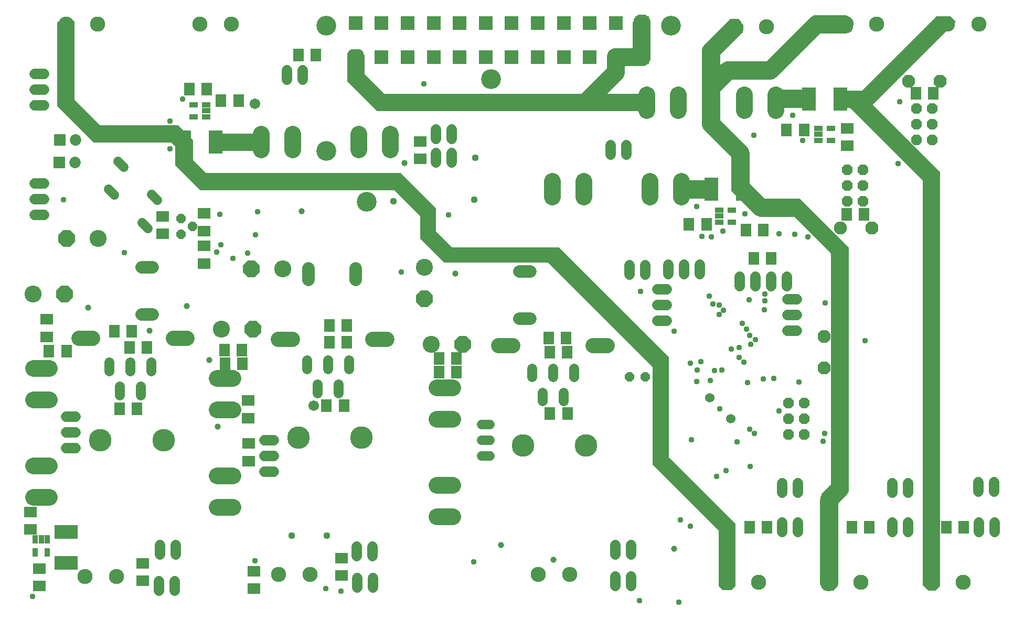
<source format=gbr>
G04 EAGLE Gerber RS-274X export*
G75*
%MOMM*%
%FSLAX34Y34*%
%LPD*%
%INSoldermask Bottom*%
%IPPOS*%
%AMOC8*
5,1,8,0,0,1.08239X$1,22.5*%
G01*
%ADD10R,2.303200X2.303200*%
%ADD11C,3.203200*%
%ADD12C,1.727200*%
%ADD13C,1.611200*%
%ADD14C,2.743200*%
%ADD15C,1.524000*%
%ADD16R,2.006200X1.803200*%
%ADD17C,2.453200*%
%ADD18R,1.803200X2.006200*%
%ADD19C,2.743200*%
%ADD20P,2.969212X8X292.500000*%
%ADD21P,2.969212X8X22.500000*%
%ADD22C,1.993900*%
%ADD23C,2.451100*%
%ADD24P,2.969212X8X202.500000*%
%ADD25R,0.812400X1.383300*%
%ADD26R,1.383300X0.812400*%
%ADD27R,3.815000X2.265000*%
%ADD28R,2.265000X3.815000*%
%ADD29R,2.003200X1.803200*%
%ADD30R,1.803200X2.003200*%
%ADD31P,1.649562X8X202.500000*%
%ADD32C,1.524000*%
%ADD33C,2.108200*%
%ADD34P,2.281895X8X292.500000*%
%ADD35P,1.869504X8X292.500000*%
%ADD36C,3.653200*%
%ADD37P,2.281895X8X22.500000*%
%ADD38P,1.649562X8X292.500000*%
%ADD39R,1.853200X1.853200*%
%ADD40C,1.853200*%
%ADD41C,1.109600*%
%ADD42C,0.959600*%
%ADD43C,1.703200*%
%ADD44C,1.117600*%
%ADD45C,0.990600*%

G36*
X1150115Y38229D02*
X1150115Y38229D01*
X1150118Y38228D01*
X1150201Y38265D01*
X1156551Y44615D01*
X1156553Y44618D01*
X1156555Y44619D01*
X1156588Y44704D01*
X1156588Y145542D01*
X1156588Y145543D01*
X1156588Y145544D01*
X1156587Y145546D01*
X1156588Y145548D01*
X1156551Y145631D01*
X1049400Y252782D01*
X1049400Y415036D01*
X1049399Y415039D01*
X1049400Y415042D01*
X1049363Y415125D01*
X872071Y592417D01*
X872068Y592419D01*
X872067Y592421D01*
X871982Y592454D01*
X699060Y592454D01*
X673480Y618034D01*
X673480Y655320D01*
X673479Y655323D01*
X673480Y655326D01*
X673443Y655409D01*
X616801Y712051D01*
X616798Y712053D01*
X616797Y712055D01*
X616712Y712088D01*
X302058Y712088D01*
X281050Y733096D01*
X281050Y765302D01*
X281050Y765304D01*
X281050Y765306D01*
X281050Y765307D01*
X281050Y765308D01*
X281013Y765391D01*
X256629Y789775D01*
X256626Y789777D01*
X256625Y789779D01*
X256540Y789812D01*
X131497Y789812D01*
X90042Y831267D01*
X90042Y956564D01*
X90041Y956567D01*
X90042Y956570D01*
X90005Y956653D01*
X84417Y962241D01*
X84414Y962243D01*
X84413Y962245D01*
X84328Y962278D01*
X69342Y962278D01*
X69339Y962277D01*
X69336Y962278D01*
X69253Y962241D01*
X61887Y954875D01*
X61886Y954872D01*
X61883Y954871D01*
X61850Y954786D01*
X61850Y821182D01*
X61851Y821179D01*
X61850Y821176D01*
X61887Y821093D01*
X121577Y761403D01*
X121580Y761402D01*
X121581Y761399D01*
X121666Y761366D01*
X246836Y761366D01*
X252731Y755471D01*
X252731Y725297D01*
X252732Y725294D01*
X252731Y725291D01*
X252768Y725208D01*
X293281Y684695D01*
X293284Y684694D01*
X293285Y684691D01*
X293370Y684658D01*
X605992Y684658D01*
X647828Y642822D01*
X647828Y606806D01*
X647829Y606803D01*
X647828Y606800D01*
X647865Y606717D01*
X686981Y567601D01*
X686984Y567600D01*
X686985Y567597D01*
X687070Y567564D01*
X854912Y567564D01*
X1022986Y399490D01*
X1022986Y241300D01*
X1022987Y241297D01*
X1022986Y241294D01*
X1023023Y241211D01*
X1129666Y134568D01*
X1129666Y45466D01*
X1129667Y45463D01*
X1129666Y45460D01*
X1129703Y45377D01*
X1136815Y38265D01*
X1136818Y38264D01*
X1136819Y38261D01*
X1136904Y38228D01*
X1150112Y38228D01*
X1150115Y38229D01*
G37*
G36*
X1310389Y36705D02*
X1310389Y36705D01*
X1310392Y36704D01*
X1310475Y36741D01*
X1311454Y37720D01*
X1314450Y37720D01*
X1314453Y37721D01*
X1314456Y37720D01*
X1314539Y37757D01*
X1315264Y38482D01*
X1315974Y38482D01*
X1315977Y38483D01*
X1315980Y38482D01*
X1316063Y38519D01*
X1318095Y40551D01*
X1318097Y40554D01*
X1318099Y40555D01*
X1318132Y40640D01*
X1318132Y41096D01*
X1320635Y43599D01*
X1320637Y43602D01*
X1320639Y43603D01*
X1320672Y43688D01*
X1320672Y44144D01*
X1321651Y45123D01*
X1321653Y45126D01*
X1321655Y45127D01*
X1321688Y45212D01*
X1321688Y46684D01*
X1322667Y47663D01*
X1322669Y47666D01*
X1322671Y47667D01*
X1322704Y47752D01*
X1322704Y50748D01*
X1322921Y50965D01*
X1322923Y50968D01*
X1322925Y50969D01*
X1322958Y51054D01*
X1322958Y179018D01*
X1337399Y193459D01*
X1337401Y193462D01*
X1337403Y193463D01*
X1337436Y193548D01*
X1337436Y194004D01*
X1338161Y194729D01*
X1338163Y194732D01*
X1338165Y194733D01*
X1338198Y194818D01*
X1338198Y195782D01*
X1340066Y197650D01*
X1340068Y197653D01*
X1340070Y197654D01*
X1340103Y197739D01*
X1340103Y591820D01*
X1340102Y591823D01*
X1340103Y591826D01*
X1340066Y591909D01*
X1261326Y670649D01*
X1261323Y670651D01*
X1261322Y670653D01*
X1261237Y670686D01*
X1204393Y670686D01*
X1179448Y695631D01*
X1179448Y746252D01*
X1179447Y746255D01*
X1179448Y746258D01*
X1179411Y746341D01*
X1178940Y746812D01*
X1178940Y748538D01*
X1178939Y748541D01*
X1178940Y748544D01*
X1178903Y748627D01*
X1178686Y748844D01*
X1178686Y749300D01*
X1178685Y749303D01*
X1178686Y749306D01*
X1178649Y749389D01*
X1178178Y749860D01*
X1178178Y750824D01*
X1178177Y750827D01*
X1178178Y750830D01*
X1178141Y750913D01*
X1176908Y752146D01*
X1176908Y752856D01*
X1176907Y752859D01*
X1176908Y752862D01*
X1176871Y752945D01*
X1174622Y755194D01*
X1174622Y755396D01*
X1174621Y755399D01*
X1174622Y755402D01*
X1174585Y755485D01*
X1132458Y797612D01*
X1132458Y844752D01*
X1150926Y863220D01*
X1214374Y863220D01*
X1214377Y863221D01*
X1214380Y863220D01*
X1214463Y863257D01*
X1214680Y863474D01*
X1215644Y863474D01*
X1215647Y863475D01*
X1215650Y863474D01*
X1215733Y863511D01*
X1216204Y863982D01*
X1217168Y863982D01*
X1217171Y863983D01*
X1217174Y863982D01*
X1217257Y864019D01*
X1217474Y864236D01*
X1217930Y864236D01*
X1217933Y864237D01*
X1217936Y864236D01*
X1218019Y864273D01*
X1218236Y864490D01*
X1218692Y864490D01*
X1218695Y864491D01*
X1218698Y864490D01*
X1218781Y864527D01*
X1219252Y864998D01*
X1219454Y864998D01*
X1219457Y864999D01*
X1219460Y864998D01*
X1219543Y865035D01*
X1220014Y865506D01*
X1220470Y865506D01*
X1220473Y865507D01*
X1220476Y865506D01*
X1220559Y865543D01*
X1221030Y866014D01*
X1221486Y866014D01*
X1221489Y866015D01*
X1221492Y866014D01*
X1221575Y866051D01*
X1223062Y867538D01*
X1223264Y867538D01*
X1223267Y867539D01*
X1223270Y867538D01*
X1223353Y867575D01*
X1293420Y937642D01*
X1333754Y937642D01*
X1333757Y937643D01*
X1333760Y937642D01*
X1333843Y937679D01*
X1334060Y937896D01*
X1336294Y937896D01*
X1336297Y937897D01*
X1336300Y937896D01*
X1336383Y937933D01*
X1336600Y938150D01*
X1337818Y938150D01*
X1337821Y938151D01*
X1337824Y938150D01*
X1337907Y938187D01*
X1338378Y938658D01*
X1339088Y938658D01*
X1339091Y938659D01*
X1339094Y938658D01*
X1339177Y938695D01*
X1339648Y939166D01*
X1340358Y939166D01*
X1340361Y939167D01*
X1340364Y939166D01*
X1340447Y939203D01*
X1341680Y940436D01*
X1342136Y940436D01*
X1342139Y940437D01*
X1342142Y940436D01*
X1342225Y940473D01*
X1344765Y943013D01*
X1344767Y943016D01*
X1344769Y943017D01*
X1344802Y943102D01*
X1344802Y943812D01*
X1346797Y945807D01*
X1346799Y945810D01*
X1346801Y945811D01*
X1346834Y945896D01*
X1346834Y950162D01*
X1347305Y950633D01*
X1347307Y950636D01*
X1347309Y950637D01*
X1347342Y950722D01*
X1347342Y957326D01*
X1347341Y957329D01*
X1347342Y957332D01*
X1347305Y957415D01*
X1346580Y958140D01*
X1346580Y959104D01*
X1346579Y959107D01*
X1346580Y959110D01*
X1346543Y959193D01*
X1345818Y959918D01*
X1345818Y960628D01*
X1345817Y960631D01*
X1345818Y960634D01*
X1345781Y960717D01*
X1341463Y965035D01*
X1341460Y965037D01*
X1341459Y965039D01*
X1341374Y965072D01*
X1339394Y965072D01*
X1337907Y966559D01*
X1337904Y966561D01*
X1337903Y966563D01*
X1337818Y966596D01*
X1336346Y966596D01*
X1335621Y967321D01*
X1335618Y967323D01*
X1335617Y967325D01*
X1335532Y967358D01*
X1286002Y967358D01*
X1285999Y967357D01*
X1285996Y967358D01*
X1285913Y967321D01*
X1285696Y967104D01*
X1284478Y967104D01*
X1284475Y967103D01*
X1284472Y967104D01*
X1284389Y967067D01*
X1284172Y966850D01*
X1283208Y966850D01*
X1283205Y966849D01*
X1283202Y966850D01*
X1283119Y966813D01*
X1282648Y966342D01*
X1281938Y966342D01*
X1281935Y966341D01*
X1281932Y966342D01*
X1281849Y966305D01*
X1281378Y965834D01*
X1280668Y965834D01*
X1280665Y965833D01*
X1280662Y965834D01*
X1280579Y965797D01*
X1280362Y965580D01*
X1280160Y965580D01*
X1280157Y965579D01*
X1280154Y965580D01*
X1280071Y965543D01*
X1279346Y964818D01*
X1279144Y964818D01*
X1279141Y964817D01*
X1279138Y964818D01*
X1279055Y964781D01*
X1278330Y964056D01*
X1277874Y964056D01*
X1277871Y964055D01*
X1277868Y964056D01*
X1277785Y964019D01*
X1206702Y892936D01*
X1143254Y892936D01*
X1143251Y892935D01*
X1143248Y892936D01*
X1143165Y892899D01*
X1142694Y892428D01*
X1141222Y892428D01*
X1141219Y892427D01*
X1141216Y892428D01*
X1141133Y892391D01*
X1140662Y891920D01*
X1139698Y891920D01*
X1139695Y891919D01*
X1139692Y891920D01*
X1139609Y891883D01*
X1139138Y891412D01*
X1138428Y891412D01*
X1138425Y891411D01*
X1138422Y891412D01*
X1138339Y891375D01*
X1137614Y890650D01*
X1137158Y890650D01*
X1137155Y890649D01*
X1137152Y890650D01*
X1137069Y890613D01*
X1136090Y889634D01*
X1135380Y889634D01*
X1135377Y889633D01*
X1135374Y889634D01*
X1135291Y889597D01*
X1132332Y886639D01*
X1132204Y886766D01*
X1132204Y903680D01*
X1168489Y939965D01*
X1168491Y939968D01*
X1168493Y939969D01*
X1168526Y940054D01*
X1168526Y942288D01*
X1169759Y943521D01*
X1169761Y943524D01*
X1169763Y943525D01*
X1169796Y943610D01*
X1169796Y951738D01*
X1169795Y951741D01*
X1169796Y951744D01*
X1169759Y951827D01*
X1166240Y955346D01*
X1166240Y957072D01*
X1166239Y957075D01*
X1166240Y957078D01*
X1166203Y957161D01*
X1161885Y961479D01*
X1161882Y961481D01*
X1161881Y961483D01*
X1161796Y961516D01*
X1148588Y961516D01*
X1148585Y961515D01*
X1148582Y961516D01*
X1148499Y961479D01*
X1105065Y918045D01*
X1105064Y918042D01*
X1105061Y918041D01*
X1105028Y917956D01*
X1105028Y916992D01*
X1103795Y915759D01*
X1103794Y915756D01*
X1103791Y915755D01*
X1103758Y915670D01*
X1103758Y913436D01*
X1103033Y912711D01*
X1103032Y912708D01*
X1103029Y912707D01*
X1102996Y912622D01*
X1102996Y788162D01*
X1102997Y788159D01*
X1102996Y788156D01*
X1103033Y788073D01*
X1103504Y787602D01*
X1103504Y786638D01*
X1103505Y786635D01*
X1103504Y786632D01*
X1103541Y786549D01*
X1104520Y785570D01*
X1104520Y784352D01*
X1104521Y784349D01*
X1104520Y784346D01*
X1104557Y784263D01*
X1105536Y783284D01*
X1105536Y782828D01*
X1105537Y782825D01*
X1105536Y782822D01*
X1105573Y782739D01*
X1149986Y738326D01*
X1149986Y683768D01*
X1149987Y683765D01*
X1149986Y683762D01*
X1150023Y683679D01*
X1153288Y680414D01*
X1153288Y679958D01*
X1153289Y679955D01*
X1153288Y679952D01*
X1153325Y679869D01*
X1188631Y644563D01*
X1188634Y644562D01*
X1188635Y644559D01*
X1188720Y644526D01*
X1189430Y644526D01*
X1190663Y643293D01*
X1190666Y643292D01*
X1190667Y643289D01*
X1190752Y643256D01*
X1194002Y643256D01*
X1195997Y641261D01*
X1196000Y641260D01*
X1196001Y641257D01*
X1196086Y641224D01*
X1252295Y641224D01*
X1311276Y582243D01*
X1311276Y209348D01*
X1296073Y194145D01*
X1296072Y194142D01*
X1296069Y194141D01*
X1296036Y194056D01*
X1296036Y191568D01*
X1294041Y189573D01*
X1294040Y189570D01*
X1294037Y189569D01*
X1294004Y189484D01*
X1294004Y185726D01*
X1293279Y185001D01*
X1293278Y184998D01*
X1293275Y184997D01*
X1293242Y184912D01*
X1293242Y48260D01*
X1293243Y48257D01*
X1293242Y48254D01*
X1293279Y48171D01*
X1294004Y47446D01*
X1294004Y45720D01*
X1294005Y45717D01*
X1294004Y45714D01*
X1294041Y45631D01*
X1295528Y44144D01*
X1295528Y42926D01*
X1295529Y42923D01*
X1295528Y42920D01*
X1295565Y42837D01*
X1299883Y38519D01*
X1299886Y38518D01*
X1299887Y38515D01*
X1299972Y38482D01*
X1300428Y38482D01*
X1301153Y37757D01*
X1301156Y37756D01*
X1301157Y37753D01*
X1301242Y37720D01*
X1303730Y37720D01*
X1304709Y36741D01*
X1304712Y36740D01*
X1304713Y36737D01*
X1304798Y36704D01*
X1310386Y36704D01*
X1310389Y36705D01*
G37*
G36*
X1480315Y37975D02*
X1480315Y37975D01*
X1480318Y37974D01*
X1480401Y38011D01*
X1487259Y44869D01*
X1487261Y44872D01*
X1487263Y44873D01*
X1487296Y44958D01*
X1487296Y713994D01*
X1487295Y713997D01*
X1487296Y714000D01*
X1487259Y714083D01*
X1378637Y822706D01*
X1512659Y956729D01*
X1512660Y956731D01*
X1512662Y956732D01*
X1512679Y956776D01*
X1512696Y956820D01*
X1512695Y956822D01*
X1512696Y956824D01*
X1512659Y956907D01*
X1503769Y965797D01*
X1503766Y965799D01*
X1503765Y965801D01*
X1503680Y965834D01*
X1495552Y965834D01*
X1495549Y965833D01*
X1495546Y965834D01*
X1495463Y965797D01*
X1495246Y965580D01*
X1494842Y965580D01*
X1494625Y965797D01*
X1494622Y965799D01*
X1494621Y965801D01*
X1494536Y965834D01*
X1481455Y965834D01*
X1481452Y965833D01*
X1481449Y965834D01*
X1481366Y965797D01*
X1361007Y845438D01*
X1320292Y845438D01*
X1320289Y845437D01*
X1320286Y845438D01*
X1320203Y845401D01*
X1316139Y841337D01*
X1316138Y841334D01*
X1316135Y841333D01*
X1316102Y841248D01*
X1316102Y822452D01*
X1316103Y822449D01*
X1316102Y822446D01*
X1316139Y822363D01*
X1320965Y817537D01*
X1320968Y817536D01*
X1320969Y817533D01*
X1321054Y817500D01*
X1341703Y817500D01*
X1458850Y700353D01*
X1458850Y46482D01*
X1458851Y46479D01*
X1458850Y46476D01*
X1458887Y46393D01*
X1467269Y38011D01*
X1467272Y38010D01*
X1467273Y38007D01*
X1467358Y37974D01*
X1480312Y37974D01*
X1480315Y37975D01*
G37*
G36*
X1017781Y811913D02*
X1017781Y811913D01*
X1017784Y811912D01*
X1017867Y811949D01*
X1020624Y814706D01*
X1021334Y814706D01*
X1021337Y814707D01*
X1021340Y814706D01*
X1021423Y814743D01*
X1024725Y818045D01*
X1024727Y818048D01*
X1024729Y818049D01*
X1024762Y818134D01*
X1024762Y831850D01*
X1024761Y831853D01*
X1024762Y831856D01*
X1024725Y831939D01*
X1016597Y840067D01*
X1016594Y840069D01*
X1016593Y840071D01*
X1016508Y840104D01*
X950266Y840104D01*
X949885Y840486D01*
X975703Y866305D01*
X975705Y866308D01*
X975707Y866309D01*
X975740Y866394D01*
X975740Y867358D01*
X976719Y868337D01*
X976721Y868340D01*
X976723Y868341D01*
X976756Y868426D01*
X976756Y869390D01*
X977481Y870115D01*
X977483Y870118D01*
X977485Y870119D01*
X977518Y870204D01*
X977518Y871422D01*
X978243Y872147D01*
X978245Y872150D01*
X978247Y872151D01*
X978280Y872236D01*
X978280Y884376D01*
X978968Y885064D01*
X1007872Y885064D01*
X1007875Y885065D01*
X1007878Y885064D01*
X1007961Y885101D01*
X1008178Y885318D01*
X1009650Y885318D01*
X1009653Y885319D01*
X1009656Y885318D01*
X1009739Y885355D01*
X1010210Y885826D01*
X1011428Y885826D01*
X1011431Y885827D01*
X1011434Y885826D01*
X1011517Y885863D01*
X1012242Y886588D01*
X1012952Y886588D01*
X1012955Y886589D01*
X1012958Y886588D01*
X1013041Y886625D01*
X1017867Y891451D01*
X1017869Y891454D01*
X1017871Y891455D01*
X1017904Y891540D01*
X1017904Y893520D01*
X1019899Y895515D01*
X1019901Y895518D01*
X1019903Y895519D01*
X1019936Y895604D01*
X1019936Y957834D01*
X1019935Y957837D01*
X1019936Y957840D01*
X1019899Y957923D01*
X1018666Y959156D01*
X1018666Y961136D01*
X1018665Y961139D01*
X1018666Y961142D01*
X1018629Y961225D01*
X1016634Y963220D01*
X1016634Y963422D01*
X1016633Y963425D01*
X1016634Y963428D01*
X1016597Y963511D01*
X1012279Y967829D01*
X1012276Y967831D01*
X1012275Y967833D01*
X1012190Y967866D01*
X999236Y967866D01*
X999233Y967865D01*
X999230Y967866D01*
X999147Y967829D01*
X992289Y960971D01*
X992288Y960968D01*
X992285Y960967D01*
X992252Y960882D01*
X992252Y957378D01*
X991273Y956399D01*
X991272Y956396D01*
X991269Y956395D01*
X991236Y956310D01*
X991236Y914706D01*
X990548Y914018D01*
X960120Y914018D01*
X960117Y914017D01*
X960114Y914018D01*
X960031Y913981D01*
X958798Y912748D01*
X957072Y912748D01*
X957069Y912747D01*
X957066Y912748D01*
X956983Y912711D01*
X953972Y909700D01*
X953262Y909700D01*
X953259Y909699D01*
X953256Y909700D01*
X953173Y909663D01*
X951395Y907885D01*
X951394Y907882D01*
X951391Y907881D01*
X951358Y907796D01*
X951358Y906070D01*
X950379Y905091D01*
X950378Y905088D01*
X950375Y905087D01*
X950342Y905002D01*
X950342Y903784D01*
X949363Y902805D01*
X949362Y902802D01*
X949359Y902801D01*
X949326Y902716D01*
X949326Y883412D01*
X949327Y883409D01*
X949326Y883406D01*
X949363Y883323D01*
X949527Y883158D01*
X949109Y882739D01*
X949108Y882736D01*
X949105Y882735D01*
X949072Y882650D01*
X949072Y880924D01*
X907998Y839850D01*
X590348Y839850D01*
X558164Y872034D01*
X558164Y902716D01*
X558163Y902719D01*
X558164Y902722D01*
X558127Y902805D01*
X556640Y904292D01*
X556640Y906780D01*
X556639Y906783D01*
X556640Y906786D01*
X556603Y906869D01*
X551523Y911949D01*
X551520Y911951D01*
X551519Y911953D01*
X551434Y911986D01*
X536194Y911986D01*
X536191Y911985D01*
X536188Y911986D01*
X536105Y911949D01*
X530263Y906107D01*
X530262Y906104D01*
X530259Y906103D01*
X530226Y906018D01*
X530226Y860247D01*
X530227Y860244D01*
X530226Y860241D01*
X530263Y860158D01*
X578472Y811949D01*
X578475Y811948D01*
X578476Y811945D01*
X578561Y811912D01*
X1017778Y811912D01*
X1017781Y811913D01*
G37*
G36*
X394973Y748159D02*
X394973Y748159D01*
X394976Y748158D01*
X395059Y748195D01*
X402171Y755307D01*
X402173Y755310D01*
X402175Y755311D01*
X402208Y755396D01*
X402208Y768858D01*
X402207Y768861D01*
X402208Y768864D01*
X402171Y768947D01*
X395313Y775805D01*
X395310Y775807D01*
X395309Y775809D01*
X395224Y775842D01*
X314706Y775842D01*
X314703Y775841D01*
X314700Y775842D01*
X314617Y775805D01*
X308013Y769201D01*
X308012Y769198D01*
X308009Y769197D01*
X307976Y769112D01*
X307976Y754634D01*
X307977Y754631D01*
X307976Y754628D01*
X308013Y754545D01*
X314363Y748195D01*
X314366Y748194D01*
X314367Y748191D01*
X314452Y748158D01*
X394970Y748158D01*
X394973Y748159D01*
G37*
G36*
X1283973Y817501D02*
X1283973Y817501D01*
X1283976Y817500D01*
X1284059Y817537D01*
X1284821Y818299D01*
X1284823Y818302D01*
X1284825Y818303D01*
X1284858Y818388D01*
X1284858Y842264D01*
X1284857Y842267D01*
X1284858Y842270D01*
X1284821Y842353D01*
X1280503Y846671D01*
X1280500Y846673D01*
X1280499Y846675D01*
X1280414Y846708D01*
X1226058Y846708D01*
X1226055Y846707D01*
X1226052Y846708D01*
X1225969Y846671D01*
X1212253Y832955D01*
X1212252Y832952D01*
X1212249Y832951D01*
X1212216Y832866D01*
X1212216Y820928D01*
X1212217Y820925D01*
X1212216Y820922D01*
X1212253Y820839D01*
X1215555Y817537D01*
X1215558Y817536D01*
X1215559Y817533D01*
X1215644Y817500D01*
X1283970Y817500D01*
X1283973Y817501D01*
G37*
G36*
X1121413Y670943D02*
X1121413Y670943D01*
X1121416Y670942D01*
X1121499Y670979D01*
X1126833Y676313D01*
X1126835Y676316D01*
X1126837Y676317D01*
X1126870Y676402D01*
X1126870Y694944D01*
X1126869Y694947D01*
X1126870Y694950D01*
X1126833Y695033D01*
X1121245Y700621D01*
X1121242Y700623D01*
X1121241Y700625D01*
X1121156Y700658D01*
X1068832Y700658D01*
X1068829Y700657D01*
X1068826Y700658D01*
X1068743Y700621D01*
X1061885Y693763D01*
X1061884Y693760D01*
X1061881Y693759D01*
X1061848Y693674D01*
X1061848Y676656D01*
X1061849Y676653D01*
X1061848Y676650D01*
X1061885Y676567D01*
X1067473Y670979D01*
X1067476Y670978D01*
X1067477Y670975D01*
X1067562Y670942D01*
X1121410Y670942D01*
X1121413Y670943D01*
G37*
D10*
X1005700Y899600D03*
X963700Y899600D03*
X921700Y899600D03*
X879700Y899600D03*
X837700Y899600D03*
X795700Y899600D03*
X753700Y899600D03*
X711700Y899600D03*
X669700Y899600D03*
X627700Y899600D03*
X585700Y899600D03*
X1005700Y954600D03*
X963700Y954600D03*
X921700Y954600D03*
X879700Y954600D03*
X837700Y954600D03*
X795700Y954600D03*
X753700Y954600D03*
X711700Y954600D03*
X669700Y954600D03*
X627700Y954600D03*
X543700Y899600D03*
X585700Y954600D03*
X543700Y954600D03*
D11*
X1052700Y950000D03*
X496700Y950000D03*
D12*
X91821Y318897D02*
X76581Y318897D01*
X76581Y293497D02*
X91821Y293497D01*
X91821Y268097D02*
X76581Y268097D01*
X396113Y229616D02*
X411353Y229616D01*
X411353Y255016D02*
X396113Y255016D01*
X396113Y280416D02*
X411353Y280416D01*
D13*
X196832Y353428D02*
X196832Y367508D01*
X162832Y367508D02*
X162832Y353428D01*
X213832Y392428D02*
X213832Y406508D01*
X179832Y406508D02*
X179832Y392428D01*
X145832Y392428D02*
X145832Y406508D01*
X516237Y371191D02*
X516237Y357111D01*
X482237Y357111D02*
X482237Y371191D01*
X533237Y396111D02*
X533237Y410191D01*
X499237Y410191D02*
X499237Y396111D01*
X465237Y396111D02*
X465237Y410191D01*
X879330Y357729D02*
X879330Y343649D01*
X845330Y343649D02*
X845330Y357729D01*
X896330Y382649D02*
X896330Y396729D01*
X862330Y396729D02*
X862330Y382649D01*
X828330Y382649D02*
X828330Y396729D01*
D12*
X571754Y57531D02*
X571754Y42291D01*
X546354Y42291D02*
X546354Y57531D01*
X251587Y52451D02*
X251587Y37211D01*
X226187Y37211D02*
X226187Y52451D01*
X988314Y45593D02*
X988314Y60833D01*
X962914Y60833D02*
X962914Y45593D01*
D14*
X345694Y380873D02*
X320294Y380873D01*
X320294Y172593D02*
X345694Y172593D01*
X345694Y223393D02*
X320294Y223393D01*
X320294Y330073D02*
X345694Y330073D01*
X49149Y188214D02*
X23749Y188214D01*
X23749Y396494D02*
X49149Y396494D01*
X49149Y345694D02*
X23749Y345694D01*
X23749Y239014D02*
X49149Y239014D01*
X675386Y156591D02*
X700786Y156591D01*
X700786Y364871D02*
X675386Y364871D01*
X675386Y314071D02*
X700786Y314071D01*
X700786Y207391D02*
X675386Y207391D01*
D15*
X747014Y255270D02*
X760222Y255270D01*
X760222Y306070D02*
X747014Y306070D01*
X747014Y280670D02*
X760222Y280670D01*
D16*
X521335Y90293D03*
X521335Y61853D03*
X200025Y81784D03*
X200025Y53344D03*
D12*
X988187Y96393D02*
X988187Y111633D01*
X962787Y111633D02*
X962787Y96393D01*
X253111Y96393D02*
X253111Y111633D01*
X227711Y111633D02*
X227711Y96393D01*
X571119Y93472D02*
X571119Y108712D01*
X545719Y108712D02*
X545719Y93472D01*
X1574292Y197866D02*
X1574292Y213106D01*
X1548892Y213106D02*
X1548892Y197866D01*
X1435100Y195580D02*
X1435100Y210820D01*
X1409700Y210820D02*
X1409700Y195580D01*
D14*
X861060Y673100D02*
X861060Y698500D01*
X1069340Y698500D02*
X1069340Y673100D01*
X1018540Y673100D02*
X1018540Y698500D01*
X911860Y698500D02*
X911860Y673100D01*
X1013460Y812800D02*
X1013460Y838200D01*
X1221740Y838200D02*
X1221740Y812800D01*
X1170940Y812800D02*
X1170940Y838200D01*
X1064260Y838200D02*
X1064260Y812800D01*
X599440Y774700D02*
X599440Y749300D01*
X391160Y749300D02*
X391160Y774700D01*
X441960Y774700D02*
X441960Y749300D01*
X548640Y749300D02*
X548640Y774700D01*
D17*
X838200Y63500D03*
X889000Y63500D03*
X106680Y60706D03*
X157480Y60706D03*
X419100Y63500D03*
X469900Y63500D03*
X1473200Y50800D03*
X1524000Y50800D03*
X1549400Y952500D03*
X1498600Y952500D03*
X1308100Y50800D03*
X1358900Y50800D03*
X1384300Y952500D03*
X1333500Y952500D03*
D12*
X1574800Y147320D02*
X1574800Y132080D01*
X1549400Y132080D02*
X1549400Y147320D01*
D18*
X1497080Y139700D03*
X1525520Y139700D03*
D12*
X1435100Y147320D02*
X1435100Y132080D01*
X1409700Y132080D02*
X1409700Y147320D01*
D18*
X1344680Y139700D03*
X1373120Y139700D03*
D17*
X1143000Y50800D03*
X1193800Y50800D03*
X127000Y952500D03*
X76200Y952500D03*
D12*
X1257300Y147320D02*
X1257300Y132080D01*
X1231900Y132080D02*
X1231900Y147320D01*
X1257300Y195580D02*
X1257300Y210820D01*
X1231900Y210820D02*
X1231900Y195580D01*
D18*
X1179580Y139700D03*
X1208020Y139700D03*
D19*
X655066Y559816D03*
D20*
X655066Y509016D03*
D19*
X327279Y459740D03*
D21*
X378079Y459740D03*
D18*
X496574Y336296D03*
X525014Y336296D03*
D22*
X543560Y539941D02*
X543560Y557848D01*
X467360Y557848D02*
X467360Y539941D01*
D23*
X571056Y444119D02*
X593535Y444119D01*
X441135Y444119D02*
X418656Y444119D01*
D16*
X647700Y763520D03*
X647700Y735080D03*
D12*
X673100Y728980D02*
X673100Y744220D01*
X698500Y744220D02*
X698500Y728980D01*
D18*
X479802Y902970D03*
X451362Y902970D03*
D12*
X433324Y878078D02*
X433324Y862838D01*
X458724Y862838D02*
X458724Y878078D01*
D19*
X426466Y557530D03*
D24*
X375666Y557530D03*
D22*
X216472Y483870D02*
X198565Y483870D01*
X198565Y560070D02*
X216472Y560070D01*
D23*
X248857Y445389D02*
X271336Y445389D01*
X118936Y445389D02*
X96457Y445389D01*
D18*
X162437Y331470D03*
X190877Y331470D03*
D19*
X23241Y516509D03*
D21*
X74041Y516509D03*
D17*
X342900Y952500D03*
X292100Y952500D03*
D22*
X808038Y477266D02*
X825945Y477266D01*
X825945Y553466D02*
X808038Y553466D01*
D23*
X926656Y433578D02*
X949135Y433578D01*
X796735Y433578D02*
X774256Y433578D01*
D18*
X857508Y324104D03*
X885948Y324104D03*
D19*
X127762Y606298D03*
D24*
X76962Y606298D03*
D19*
X665861Y435864D03*
D21*
X716661Y435864D03*
D12*
X673100Y767080D02*
X673100Y782320D01*
X698500Y782320D02*
X698500Y767080D01*
X980694Y757428D02*
X980694Y742188D01*
X955294Y742188D02*
X955294Y757428D01*
D17*
X1207008Y948436D03*
X1156208Y948436D03*
D25*
X26822Y120227D03*
X36322Y120227D03*
X45822Y120227D03*
X45822Y99737D03*
X26822Y99737D03*
D26*
X302853Y822300D03*
X302853Y812800D03*
X302853Y803300D03*
X282363Y803300D03*
X282363Y822300D03*
X1290235Y765200D03*
X1290235Y774700D03*
X1290235Y784200D03*
X1310725Y784200D03*
X1310725Y765200D03*
X1130215Y633120D03*
X1130215Y642620D03*
X1130215Y652120D03*
X1150705Y652120D03*
X1150705Y633120D03*
D27*
X76708Y132692D03*
X76708Y82192D03*
D28*
X1275738Y831850D03*
X1326238Y831850D03*
X317350Y762000D03*
X266850Y762000D03*
X1117750Y685800D03*
X1168250Y685800D03*
D29*
X32893Y73436D03*
X32893Y45436D03*
D30*
X275433Y848233D03*
X303433Y848233D03*
D29*
X379603Y69245D03*
X379603Y41245D03*
D30*
X1173450Y620014D03*
X1201450Y620014D03*
D29*
X1337310Y756128D03*
X1337310Y784128D03*
D16*
X45339Y476119D03*
X45339Y447679D03*
D18*
X48518Y424815D03*
X76958Y424815D03*
D16*
X370459Y344547D03*
X370459Y316107D03*
X370713Y275205D03*
X370713Y246765D03*
D31*
X1011555Y382651D03*
X986155Y382651D03*
D12*
X1240536Y508381D02*
X1255776Y508381D01*
X1255776Y482981D02*
X1240536Y482981D01*
X1240536Y457581D02*
X1255776Y457581D01*
X1099312Y549021D02*
X1099312Y564261D01*
X1073912Y564261D02*
X1073912Y549021D01*
X1048512Y549021D02*
X1048512Y564261D01*
D32*
X1149394Y315170D03*
X1115270Y349294D03*
D33*
X1299972Y448564D03*
D34*
X1299972Y397764D03*
D12*
X1239774Y529590D02*
X1239774Y544830D01*
X1214374Y544830D02*
X1214374Y529590D01*
X1188974Y529590D02*
X1188974Y544830D01*
X1163574Y544830D02*
X1163574Y529590D01*
D18*
X1109976Y629158D03*
X1081536Y629158D03*
X1239016Y781558D03*
X1267456Y781558D03*
X326394Y829056D03*
X354834Y829056D03*
D16*
X19177Y136275D03*
X19177Y164715D03*
D35*
X1242060Y340868D03*
X1267460Y340868D03*
X1242060Y315468D03*
X1267460Y315468D03*
X1242060Y290068D03*
X1267460Y290068D03*
D30*
X1186404Y574040D03*
X1214404Y574040D03*
D12*
X1011555Y562991D02*
X1011555Y547751D01*
X986155Y547751D02*
X986155Y562991D01*
D36*
X131699Y280797D03*
X233699Y280797D03*
X451231Y285115D03*
X553231Y285115D03*
X813689Y271907D03*
X915689Y271907D03*
D30*
X706658Y390652D03*
X678658Y390652D03*
X706658Y412623D03*
X678658Y412623D03*
X178786Y430276D03*
X206786Y430276D03*
X154529Y456565D03*
X182529Y456565D03*
X855061Y445897D03*
X883061Y445897D03*
X856712Y422656D03*
X884712Y422656D03*
X360329Y426593D03*
X332329Y426593D03*
X360583Y404241D03*
X332583Y404241D03*
X501366Y466217D03*
X529366Y466217D03*
X501747Y438785D03*
X529747Y438785D03*
D16*
X299212Y647061D03*
X299212Y618621D03*
X299085Y594737D03*
X299085Y566297D03*
D29*
X231902Y614142D03*
X231902Y642142D03*
D12*
X1030859Y524129D02*
X1046099Y524129D01*
X1046099Y498729D02*
X1030859Y498729D01*
X1030859Y473329D02*
X1046099Y473329D01*
D35*
X1337564Y717042D03*
X1362964Y717042D03*
X1337564Y691642D03*
X1362964Y691642D03*
X1337564Y666242D03*
X1362964Y666242D03*
X1449324Y816864D03*
X1474724Y816864D03*
X1449324Y791464D03*
X1474724Y791464D03*
X1449324Y766064D03*
X1474724Y766064D03*
D33*
X1436116Y860806D03*
D37*
X1486916Y860806D03*
D30*
X1476024Y840740D03*
X1448024Y840740D03*
D33*
X1325880Y623062D03*
D37*
X1376680Y623062D03*
D30*
X1364391Y645795D03*
X1336391Y645795D03*
D38*
X261620Y613664D03*
X280670Y626364D03*
X261620Y639064D03*
D12*
X40767Y821817D02*
X25527Y821817D01*
X25527Y847217D02*
X40767Y847217D01*
X40767Y872617D02*
X25527Y872617D01*
D39*
X66421Y765556D03*
D40*
X91821Y765556D03*
D12*
X40513Y644906D02*
X25273Y644906D01*
X25273Y670306D02*
X40513Y670306D01*
X40513Y695706D02*
X25273Y695706D01*
D39*
X65659Y729615D03*
D40*
X91059Y729615D03*
D15*
X214549Y677372D02*
X223888Y668033D01*
X170007Y721914D02*
X160668Y731253D01*
X199309Y632287D02*
X208648Y622948D01*
X154767Y676829D02*
X145428Y686168D01*
D11*
X762000Y863600D03*
D41*
X736600Y736600D03*
D42*
X734060Y83820D03*
X617728Y552450D03*
X1181608Y435610D03*
X1179830Y450088D03*
X1162812Y414274D03*
X1136650Y618236D03*
X1065530Y18796D03*
X653796Y855980D03*
D43*
X381508Y824230D03*
D42*
X385826Y649478D03*
X1301496Y502666D03*
X1273429Y609092D03*
X1186434Y773557D03*
X1248918Y805180D03*
X1171956Y646684D03*
X1094486Y657860D03*
X1419352Y727964D03*
X1227074Y614426D03*
X1259332Y374396D03*
X1093978Y375666D03*
D44*
X605155Y666623D03*
D45*
X211455Y457200D03*
D44*
X735457Y669290D03*
D45*
X622808Y728726D03*
X307467Y409829D03*
X271145Y497205D03*
X1058164Y104902D03*
X704850Y549783D03*
X456946Y650367D03*
X778256Y111125D03*
D42*
X170688Y583913D03*
X1057402Y456819D03*
X1003300Y520827D03*
X1085342Y281051D03*
X1131189Y331343D03*
X1159383Y277622D03*
X1176274Y373380D03*
X72136Y668909D03*
X1421638Y827659D03*
D43*
X475996Y336042D03*
D44*
X497205Y126873D03*
X440817Y126492D03*
D11*
X561340Y665480D03*
X496062Y748030D03*
D45*
X863219Y87249D03*
D42*
X1174750Y459740D03*
X1188720Y442722D03*
X1170686Y406654D03*
X1365758Y441452D03*
X693928Y644652D03*
X519938Y36703D03*
X495300Y40767D03*
X1102868Y609854D03*
X381229Y85995D03*
X22098Y28194D03*
X1118108Y609473D03*
X264414Y831850D03*
X1162558Y430276D03*
X1264920Y764726D03*
X1252093Y613664D03*
X1201674Y379730D03*
X244475Y796417D03*
X244475Y751459D03*
X324358Y645160D03*
X1001903Y21717D03*
X1083691Y141732D03*
X1180465Y238633D03*
X1179957Y298704D03*
X1067689Y152146D03*
X1100709Y407416D03*
X1116076Y376682D03*
D45*
X112268Y494792D03*
D42*
X1094994Y393954D03*
X1083691Y404749D03*
D45*
X320929Y302387D03*
D42*
X1149858Y427609D03*
X1218692Y380365D03*
X1168118Y469208D03*
X1114577Y513685D03*
X1120648Y500507D03*
X1122680Y392938D03*
X1134872Y393700D03*
X1203960Y505714D03*
X1203706Y491744D03*
X1204468Y517144D03*
X1178433Y507111D03*
X382524Y612112D03*
X1226947Y327660D03*
X1187704Y291592D03*
X1130653Y483994D03*
X1137031Y490601D03*
X1130782Y498882D03*
X319786Y584581D03*
X345821Y574040D03*
X1298448Y278638D03*
X1126744Y222377D03*
X326009Y596265D03*
X369316Y582930D03*
X1300607Y291465D03*
X1141603Y231140D03*
M02*

</source>
